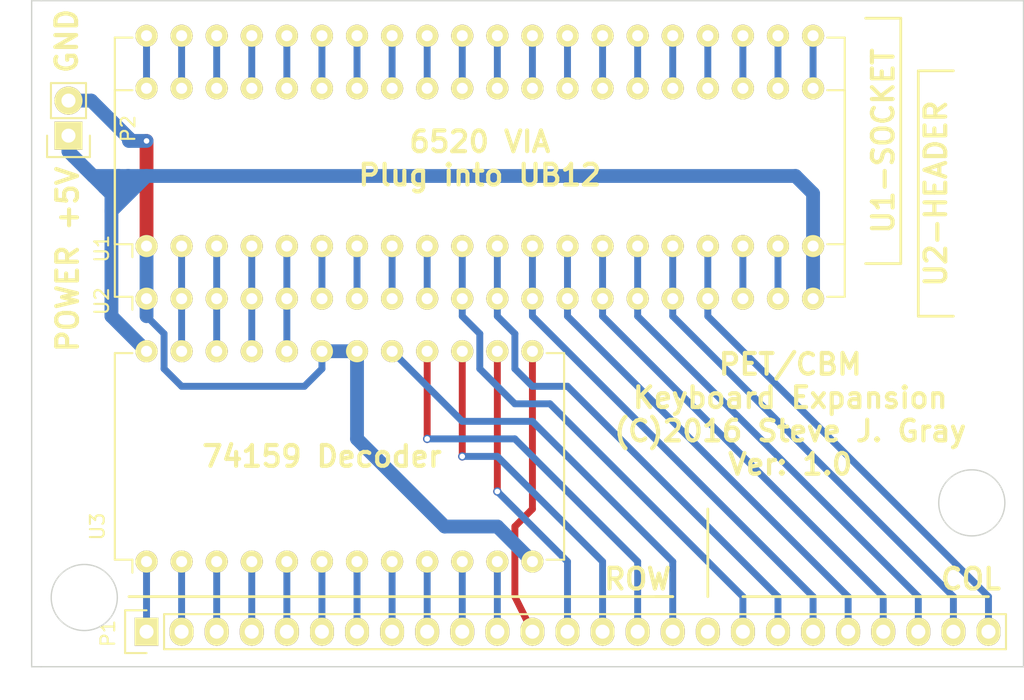
<source format=kicad_pcb>
(kicad_pcb (version 4) (host pcbnew 4.0.2-stable)

  (general
    (links 74)
    (no_connects 0)
    (area 111.011499 58.369999 182.930001 106.730001)
    (thickness 1.6)
    (drawings 27)
    (tracks 149)
    (zones 0)
    (modules 5)
    (nets 57)
  )

  (page USLetter)
  (layers
    (0 F.Cu signal)
    (31 B.Cu signal)
    (32 B.Adhes user)
    (33 F.Adhes user)
    (34 B.Paste user)
    (35 F.Paste user)
    (36 B.SilkS user)
    (37 F.SilkS user)
    (38 B.Mask user)
    (39 F.Mask user)
    (40 Dwgs.User user)
    (41 Cmts.User user)
    (42 Eco1.User user)
    (43 Eco2.User user)
    (44 Edge.Cuts user)
    (45 Margin user)
    (46 B.CrtYd user)
    (47 F.CrtYd user)
    (48 B.Fab user)
    (49 F.Fab user)
  )

  (setup
    (last_trace_width 1)
    (user_trace_width 0.5)
    (user_trace_width 0.75)
    (user_trace_width 1)
    (trace_clearance 0.2)
    (zone_clearance 0.508)
    (zone_45_only no)
    (trace_min 0.2)
    (segment_width 0.2)
    (edge_width 0.1)
    (via_size 0.6)
    (via_drill 0.4)
    (via_min_size 0.4)
    (via_min_drill 0.3)
    (uvia_size 0.3)
    (uvia_drill 0.1)
    (uvias_allowed no)
    (uvia_min_size 0.2)
    (uvia_min_drill 0.1)
    (pcb_text_width 0.3)
    (pcb_text_size 1.5 1.5)
    (mod_edge_width 0.15)
    (mod_text_size 1 1)
    (mod_text_width 0.15)
    (pad_size 1.5 1.5)
    (pad_drill 0.6)
    (pad_to_mask_clearance 0)
    (aux_axis_origin 0 0)
    (visible_elements 7FFEDFFF)
    (pcbplotparams
      (layerselection 0x010f0_80000001)
      (usegerberextensions false)
      (excludeedgelayer true)
      (linewidth 0.100000)
      (plotframeref false)
      (viasonmask false)
      (mode 1)
      (useauxorigin false)
      (hpglpennumber 1)
      (hpglpenspeed 20)
      (hpglpendiameter 15)
      (hpglpenoverlay 2)
      (psnegative false)
      (psa4output false)
      (plotreference true)
      (plotvalue true)
      (plotinvisibletext false)
      (padsonsilk false)
      (subtractmaskfromsilk false)
      (outputformat 1)
      (mirror false)
      (drillshape 0)
      (scaleselection 1)
      (outputdirectory gerbers/))
  )

  (net 0 "")
  (net 1 "Net-(P1-Pad1)")
  (net 2 "Net-(P1-Pad2)")
  (net 3 "Net-(P1-Pad3)")
  (net 4 "Net-(P1-Pad4)")
  (net 5 "Net-(P1-Pad5)")
  (net 6 "Net-(P1-Pad6)")
  (net 7 "Net-(P1-Pad7)")
  (net 8 "Net-(P1-Pad8)")
  (net 9 "Net-(P1-Pad9)")
  (net 10 "Net-(P1-Pad10)")
  (net 11 "Net-(P1-Pad11)")
  (net 12 "Net-(P1-Pad12)")
  (net 13 "Net-(P1-Pad13)")
  (net 14 "Net-(P1-Pad14)")
  (net 15 "Net-(P1-Pad15)")
  (net 16 "Net-(P1-Pad16)")
  (net 17 "Net-(P1-Pad18)")
  (net 18 "Net-(P1-Pad19)")
  (net 19 "Net-(P1-Pad20)")
  (net 20 "Net-(P1-Pad21)")
  (net 21 "Net-(P1-Pad22)")
  (net 22 "Net-(P1-Pad23)")
  (net 23 "Net-(P1-Pad24)")
  (net 24 "Net-(P1-Pad25)")
  (net 25 GND)
  (net 26 /PA0)
  (net 27 /PA1)
  (net 28 /PA2)
  (net 29 /PA3)
  (net 30 "Net-(U1-Pad6)")
  (net 31 "Net-(U1-Pad7)")
  (net 32 "Net-(U1-Pad8)")
  (net 33 "Net-(U1-Pad9)")
  (net 34 "Net-(U1-Pad18)")
  (net 35 "Net-(U1-Pad19)")
  (net 36 VCC)
  (net 37 "Net-(U1-Pad21)")
  (net 38 "Net-(U1-Pad22)")
  (net 39 "Net-(U1-Pad23)")
  (net 40 "Net-(U1-Pad24)")
  (net 41 "Net-(U1-Pad25)")
  (net 42 "Net-(U1-Pad26)")
  (net 43 "Net-(U1-Pad27)")
  (net 44 "Net-(U1-Pad28)")
  (net 45 "Net-(U1-Pad29)")
  (net 46 "Net-(U1-Pad30)")
  (net 47 "Net-(U1-Pad31)")
  (net 48 "Net-(U1-Pad32)")
  (net 49 "Net-(U1-Pad33)")
  (net 50 "Net-(U1-Pad34)")
  (net 51 "Net-(U1-Pad35)")
  (net 52 "Net-(U1-Pad36)")
  (net 53 "Net-(U1-Pad37)")
  (net 54 "Net-(U1-Pad38)")
  (net 55 "Net-(U1-Pad39)")
  (net 56 "Net-(U1-Pad40)")

  (net_class Default "This is the default net class."
    (clearance 0.2)
    (trace_width 0.25)
    (via_dia 0.6)
    (via_drill 0.4)
    (uvia_dia 0.3)
    (uvia_drill 0.1)
    (add_net /PA0)
    (add_net /PA1)
    (add_net /PA2)
    (add_net /PA3)
    (add_net GND)
    (add_net "Net-(P1-Pad1)")
    (add_net "Net-(P1-Pad10)")
    (add_net "Net-(P1-Pad11)")
    (add_net "Net-(P1-Pad12)")
    (add_net "Net-(P1-Pad13)")
    (add_net "Net-(P1-Pad14)")
    (add_net "Net-(P1-Pad15)")
    (add_net "Net-(P1-Pad16)")
    (add_net "Net-(P1-Pad18)")
    (add_net "Net-(P1-Pad19)")
    (add_net "Net-(P1-Pad2)")
    (add_net "Net-(P1-Pad20)")
    (add_net "Net-(P1-Pad21)")
    (add_net "Net-(P1-Pad22)")
    (add_net "Net-(P1-Pad23)")
    (add_net "Net-(P1-Pad24)")
    (add_net "Net-(P1-Pad25)")
    (add_net "Net-(P1-Pad3)")
    (add_net "Net-(P1-Pad4)")
    (add_net "Net-(P1-Pad5)")
    (add_net "Net-(P1-Pad6)")
    (add_net "Net-(P1-Pad7)")
    (add_net "Net-(P1-Pad8)")
    (add_net "Net-(P1-Pad9)")
    (add_net "Net-(U1-Pad18)")
    (add_net "Net-(U1-Pad19)")
    (add_net "Net-(U1-Pad21)")
    (add_net "Net-(U1-Pad22)")
    (add_net "Net-(U1-Pad23)")
    (add_net "Net-(U1-Pad24)")
    (add_net "Net-(U1-Pad25)")
    (add_net "Net-(U1-Pad26)")
    (add_net "Net-(U1-Pad27)")
    (add_net "Net-(U1-Pad28)")
    (add_net "Net-(U1-Pad29)")
    (add_net "Net-(U1-Pad30)")
    (add_net "Net-(U1-Pad31)")
    (add_net "Net-(U1-Pad32)")
    (add_net "Net-(U1-Pad33)")
    (add_net "Net-(U1-Pad34)")
    (add_net "Net-(U1-Pad35)")
    (add_net "Net-(U1-Pad36)")
    (add_net "Net-(U1-Pad37)")
    (add_net "Net-(U1-Pad38)")
    (add_net "Net-(U1-Pad39)")
    (add_net "Net-(U1-Pad40)")
    (add_net "Net-(U1-Pad6)")
    (add_net "Net-(U1-Pad7)")
    (add_net "Net-(U1-Pad8)")
    (add_net "Net-(U1-Pad9)")
    (add_net VCC)
  )

  (module Pin_Headers:Pin_Header_Straight_1x25 (layer F.Cu) (tedit 5720093A) (tstamp 56D5E658)
    (at 119.38 104.14 90)
    (descr "Through hole pin header")
    (tags "pin header")
    (path /56D49B7A)
    (fp_text reference P1 (at -0.127 -2.794 90) (layer F.SilkS)
      (effects (font (size 1 1) (thickness 0.15)))
    )
    (fp_text value CONN_01X25 (at 0 -3.1 90) (layer F.Fab)
      (effects (font (size 1 1) (thickness 0.15)))
    )
    (fp_line (start -1.75 -1.75) (end -1.75 62.75) (layer F.CrtYd) (width 0.05))
    (fp_line (start 1.75 -1.75) (end 1.75 62.75) (layer F.CrtYd) (width 0.05))
    (fp_line (start -1.75 -1.75) (end 1.75 -1.75) (layer F.CrtYd) (width 0.05))
    (fp_line (start -1.75 62.75) (end 1.75 62.75) (layer F.CrtYd) (width 0.05))
    (fp_line (start -1.27 1.27) (end -1.27 62.23) (layer F.SilkS) (width 0.15))
    (fp_line (start -1.27 62.23) (end 1.27 62.23) (layer F.SilkS) (width 0.15))
    (fp_line (start 1.27 62.23) (end 1.27 1.27) (layer F.SilkS) (width 0.15))
    (fp_line (start 1.55 -1.55) (end 1.55 0) (layer F.SilkS) (width 0.15))
    (fp_line (start 1.27 1.27) (end -1.27 1.27) (layer F.SilkS) (width 0.15))
    (fp_line (start -1.55 0) (end -1.55 -1.55) (layer F.SilkS) (width 0.15))
    (fp_line (start -1.55 -1.55) (end 1.55 -1.55) (layer F.SilkS) (width 0.15))
    (pad 1 thru_hole rect (at 0 0 90) (size 2.032 1.7272) (drill 1.016) (layers *.Cu *.Mask F.SilkS)
      (net 1 "Net-(P1-Pad1)"))
    (pad 2 thru_hole oval (at 0 2.54 90) (size 2.032 1.7272) (drill 1.016) (layers *.Cu *.Mask F.SilkS)
      (net 2 "Net-(P1-Pad2)"))
    (pad 3 thru_hole oval (at 0 5.08 90) (size 2.032 1.7272) (drill 1.016) (layers *.Cu *.Mask F.SilkS)
      (net 3 "Net-(P1-Pad3)"))
    (pad 4 thru_hole oval (at 0 7.62 90) (size 2.032 1.7272) (drill 1.016) (layers *.Cu *.Mask F.SilkS)
      (net 4 "Net-(P1-Pad4)"))
    (pad 5 thru_hole oval (at 0 10.16 90) (size 2.032 1.7272) (drill 1.016) (layers *.Cu *.Mask F.SilkS)
      (net 5 "Net-(P1-Pad5)"))
    (pad 6 thru_hole oval (at 0 12.7 90) (size 2.032 1.7272) (drill 1.016) (layers *.Cu *.Mask F.SilkS)
      (net 6 "Net-(P1-Pad6)"))
    (pad 7 thru_hole oval (at 0 15.24 90) (size 2.032 1.7272) (drill 1.016) (layers *.Cu *.Mask F.SilkS)
      (net 7 "Net-(P1-Pad7)"))
    (pad 8 thru_hole oval (at 0 17.78 90) (size 2.032 1.7272) (drill 1.016) (layers *.Cu *.Mask F.SilkS)
      (net 8 "Net-(P1-Pad8)"))
    (pad 9 thru_hole oval (at 0 20.32 90) (size 2.032 1.7272) (drill 1.016) (layers *.Cu *.Mask F.SilkS)
      (net 9 "Net-(P1-Pad9)"))
    (pad 10 thru_hole oval (at 0 22.86 90) (size 2.032 1.7272) (drill 1.016) (layers *.Cu *.Mask F.SilkS)
      (net 10 "Net-(P1-Pad10)"))
    (pad 11 thru_hole oval (at 0 25.4 90) (size 2.032 1.7272) (drill 1.016) (layers *.Cu *.Mask F.SilkS)
      (net 11 "Net-(P1-Pad11)"))
    (pad 12 thru_hole oval (at 0 27.94 90) (size 2.032 1.7272) (drill 1.016) (layers *.Cu *.Mask F.SilkS)
      (net 12 "Net-(P1-Pad12)"))
    (pad 13 thru_hole oval (at 0 30.48 90) (size 2.032 1.7272) (drill 1.016) (layers *.Cu *.Mask F.SilkS)
      (net 13 "Net-(P1-Pad13)"))
    (pad 14 thru_hole oval (at 0 33.02 90) (size 2.032 1.7272) (drill 1.016) (layers *.Cu *.Mask F.SilkS)
      (net 14 "Net-(P1-Pad14)"))
    (pad 15 thru_hole oval (at 0 35.56 90) (size 2.032 1.7272) (drill 1.016) (layers *.Cu *.Mask F.SilkS)
      (net 15 "Net-(P1-Pad15)"))
    (pad 16 thru_hole oval (at 0 38.1 90) (size 2.032 1.7272) (drill 1.016) (layers *.Cu *.Mask F.SilkS)
      (net 16 "Net-(P1-Pad16)"))
    (pad 17 thru_hole oval (at 0 40.64 90) (size 2.032 1.7272) (drill 1.016) (layers *.Cu *.Mask F.SilkS))
    (pad 18 thru_hole oval (at 0 43.18 90) (size 2.032 1.7272) (drill 1.016) (layers *.Cu *.Mask F.SilkS)
      (net 17 "Net-(P1-Pad18)"))
    (pad 19 thru_hole oval (at 0 45.72 90) (size 2.032 1.7272) (drill 1.016) (layers *.Cu *.Mask F.SilkS)
      (net 18 "Net-(P1-Pad19)"))
    (pad 20 thru_hole oval (at 0 48.26 90) (size 2.032 1.7272) (drill 1.016) (layers *.Cu *.Mask F.SilkS)
      (net 19 "Net-(P1-Pad20)"))
    (pad 21 thru_hole oval (at 0 50.8 90) (size 2.032 1.7272) (drill 1.016) (layers *.Cu *.Mask F.SilkS)
      (net 20 "Net-(P1-Pad21)"))
    (pad 22 thru_hole oval (at 0 53.34 90) (size 2.032 1.7272) (drill 1.016) (layers *.Cu *.Mask F.SilkS)
      (net 21 "Net-(P1-Pad22)"))
    (pad 23 thru_hole oval (at 0 55.88 90) (size 2.032 1.7272) (drill 1.016) (layers *.Cu *.Mask F.SilkS)
      (net 22 "Net-(P1-Pad23)"))
    (pad 24 thru_hole oval (at 0 58.42 90) (size 2.032 1.7272) (drill 1.016) (layers *.Cu *.Mask F.SilkS)
      (net 23 "Net-(P1-Pad24)"))
    (pad 25 thru_hole oval (at 0 60.96 90) (size 2.032 1.7272) (drill 1.016) (layers *.Cu *.Mask F.SilkS)
      (net 24 "Net-(P1-Pad25)"))
    (model Pin_Headers.3dshapes/Pin_Header_Straight_1x25.wrl
      (at (xyz 0 -1.2 0))
      (scale (xyz 1 1 1))
      (rotate (xyz 0 0 90))
    )
  )

  (module Housings_DIP:DIP-40_W15.24mm (layer F.Cu) (tedit 57200BA5) (tstamp 56D5E684)
    (at 119.38 76.2 90)
    (descr "40-lead dip package, row spacing 15.24 mm (600 mils)")
    (tags "dil dip 2.54 600")
    (path /56D47F0D)
    (fp_text reference U1 (at -0.1905 -3.2385 90) (layer F.SilkS)
      (effects (font (size 1 1) (thickness 0.15)))
    )
    (fp_text value 6821 (at 0 -3.72 90) (layer F.Fab)
      (effects (font (size 1 1) (thickness 0.15)))
    )
    (fp_line (start -1.05 -2.45) (end -1.05 50.75) (layer F.CrtYd) (width 0.05))
    (fp_line (start 16.3 -2.45) (end 16.3 50.75) (layer F.CrtYd) (width 0.05))
    (fp_line (start -1.05 -2.45) (end 16.3 -2.45) (layer F.CrtYd) (width 0.05))
    (fp_line (start -1.05 50.75) (end 16.3 50.75) (layer F.CrtYd) (width 0.05))
    (fp_line (start 0.135 -2.295) (end 0.135 -1.025) (layer F.SilkS) (width 0.15))
    (fp_line (start 15.105 -2.295) (end 15.105 -1.025) (layer F.SilkS) (width 0.15))
    (fp_line (start 15.105 50.555) (end 15.105 49.285) (layer F.SilkS) (width 0.15))
    (fp_line (start 0.135 50.555) (end 0.135 49.285) (layer F.SilkS) (width 0.15))
    (fp_line (start 0.135 -2.295) (end 15.105 -2.295) (layer F.SilkS) (width 0.15))
    (fp_line (start 0.135 50.555) (end 15.105 50.555) (layer F.SilkS) (width 0.15))
    (fp_line (start 0.135 -1.025) (end -0.8 -1.025) (layer F.SilkS) (width 0.15))
    (pad 1 thru_hole oval (at 0 0 90) (size 1.6 1.6) (drill 0.8) (layers *.Cu *.Mask F.SilkS)
      (net 25 GND))
    (pad 2 thru_hole oval (at 0 2.54 90) (size 1.6 1.6) (drill 0.8) (layers *.Cu *.Mask F.SilkS)
      (net 26 /PA0))
    (pad 3 thru_hole oval (at 0 5.08 90) (size 1.6 1.6) (drill 0.8) (layers *.Cu *.Mask F.SilkS)
      (net 27 /PA1))
    (pad 4 thru_hole oval (at 0 7.62 90) (size 1.6 1.6) (drill 0.8) (layers *.Cu *.Mask F.SilkS)
      (net 28 /PA2))
    (pad 5 thru_hole oval (at 0 10.16 90) (size 1.6 1.6) (drill 0.8) (layers *.Cu *.Mask F.SilkS)
      (net 29 /PA3))
    (pad 6 thru_hole oval (at 0 12.7 90) (size 1.6 1.6) (drill 0.8) (layers *.Cu *.Mask F.SilkS)
      (net 30 "Net-(U1-Pad6)"))
    (pad 7 thru_hole oval (at 0 15.24 90) (size 1.6 1.6) (drill 0.8) (layers *.Cu *.Mask F.SilkS)
      (net 31 "Net-(U1-Pad7)"))
    (pad 8 thru_hole oval (at 0 17.78 90) (size 1.6 1.6) (drill 0.8) (layers *.Cu *.Mask F.SilkS)
      (net 32 "Net-(U1-Pad8)"))
    (pad 9 thru_hole oval (at 0 20.32 90) (size 1.6 1.6) (drill 0.8) (layers *.Cu *.Mask F.SilkS)
      (net 33 "Net-(U1-Pad9)"))
    (pad 10 thru_hole oval (at 0 22.86 90) (size 1.6 1.6) (drill 0.8) (layers *.Cu *.Mask F.SilkS)
      (net 17 "Net-(P1-Pad18)"))
    (pad 11 thru_hole oval (at 0 25.4 90) (size 1.6 1.6) (drill 0.8) (layers *.Cu *.Mask F.SilkS)
      (net 18 "Net-(P1-Pad19)"))
    (pad 12 thru_hole oval (at 0 27.94 90) (size 1.6 1.6) (drill 0.8) (layers *.Cu *.Mask F.SilkS)
      (net 19 "Net-(P1-Pad20)"))
    (pad 13 thru_hole oval (at 0 30.48 90) (size 1.6 1.6) (drill 0.8) (layers *.Cu *.Mask F.SilkS)
      (net 20 "Net-(P1-Pad21)"))
    (pad 14 thru_hole oval (at 0 33.02 90) (size 1.6 1.6) (drill 0.8) (layers *.Cu *.Mask F.SilkS)
      (net 21 "Net-(P1-Pad22)"))
    (pad 15 thru_hole oval (at 0 35.56 90) (size 1.6 1.6) (drill 0.8) (layers *.Cu *.Mask F.SilkS)
      (net 22 "Net-(P1-Pad23)"))
    (pad 16 thru_hole oval (at 0 38.1 90) (size 1.6 1.6) (drill 0.8) (layers *.Cu *.Mask F.SilkS)
      (net 23 "Net-(P1-Pad24)"))
    (pad 17 thru_hole oval (at 0 40.64 90) (size 1.6 1.6) (drill 0.8) (layers *.Cu *.Mask F.SilkS)
      (net 24 "Net-(P1-Pad25)"))
    (pad 18 thru_hole oval (at 0 43.18 90) (size 1.6 1.6) (drill 0.8) (layers *.Cu *.Mask F.SilkS)
      (net 34 "Net-(U1-Pad18)"))
    (pad 19 thru_hole oval (at 0 45.72 90) (size 1.6 1.6) (drill 0.8) (layers *.Cu *.Mask F.SilkS)
      (net 35 "Net-(U1-Pad19)"))
    (pad 20 thru_hole oval (at 0 48.26 90) (size 1.6 1.6) (drill 0.8) (layers *.Cu *.Mask F.SilkS)
      (net 36 VCC))
    (pad 21 thru_hole oval (at 15.24 48.26 90) (size 1.6 1.6) (drill 0.8) (layers *.Cu *.Mask F.SilkS)
      (net 37 "Net-(U1-Pad21)"))
    (pad 22 thru_hole oval (at 15.24 45.72 90) (size 1.6 1.6) (drill 0.8) (layers *.Cu *.Mask F.SilkS)
      (net 38 "Net-(U1-Pad22)"))
    (pad 23 thru_hole oval (at 15.24 43.18 90) (size 1.6 1.6) (drill 0.8) (layers *.Cu *.Mask F.SilkS)
      (net 39 "Net-(U1-Pad23)"))
    (pad 24 thru_hole oval (at 15.24 40.64 90) (size 1.6 1.6) (drill 0.8) (layers *.Cu *.Mask F.SilkS)
      (net 40 "Net-(U1-Pad24)"))
    (pad 25 thru_hole oval (at 15.24 38.1 90) (size 1.6 1.6) (drill 0.8) (layers *.Cu *.Mask F.SilkS)
      (net 41 "Net-(U1-Pad25)"))
    (pad 26 thru_hole oval (at 15.24 35.56 90) (size 1.6 1.6) (drill 0.8) (layers *.Cu *.Mask F.SilkS)
      (net 42 "Net-(U1-Pad26)"))
    (pad 27 thru_hole oval (at 15.24 33.02 90) (size 1.6 1.6) (drill 0.8) (layers *.Cu *.Mask F.SilkS)
      (net 43 "Net-(U1-Pad27)"))
    (pad 28 thru_hole oval (at 15.24 30.48 90) (size 1.6 1.6) (drill 0.8) (layers *.Cu *.Mask F.SilkS)
      (net 44 "Net-(U1-Pad28)"))
    (pad 29 thru_hole oval (at 15.24 27.94 90) (size 1.6 1.6) (drill 0.8) (layers *.Cu *.Mask F.SilkS)
      (net 45 "Net-(U1-Pad29)"))
    (pad 30 thru_hole oval (at 15.24 25.4 90) (size 1.6 1.6) (drill 0.8) (layers *.Cu *.Mask F.SilkS)
      (net 46 "Net-(U1-Pad30)"))
    (pad 31 thru_hole oval (at 15.24 22.86 90) (size 1.6 1.6) (drill 0.8) (layers *.Cu *.Mask F.SilkS)
      (net 47 "Net-(U1-Pad31)"))
    (pad 32 thru_hole oval (at 15.24 20.32 90) (size 1.6 1.6) (drill 0.8) (layers *.Cu *.Mask F.SilkS)
      (net 48 "Net-(U1-Pad32)"))
    (pad 33 thru_hole oval (at 15.24 17.78 90) (size 1.6 1.6) (drill 0.8) (layers *.Cu *.Mask F.SilkS)
      (net 49 "Net-(U1-Pad33)"))
    (pad 34 thru_hole oval (at 15.24 15.24 90) (size 1.6 1.6) (drill 0.8) (layers *.Cu *.Mask F.SilkS)
      (net 50 "Net-(U1-Pad34)"))
    (pad 35 thru_hole oval (at 15.24 12.7 90) (size 1.6 1.6) (drill 0.8) (layers *.Cu *.Mask F.SilkS)
      (net 51 "Net-(U1-Pad35)"))
    (pad 36 thru_hole oval (at 15.24 10.16 90) (size 1.6 1.6) (drill 0.8) (layers *.Cu *.Mask F.SilkS)
      (net 52 "Net-(U1-Pad36)"))
    (pad 37 thru_hole oval (at 15.24 7.62 90) (size 1.6 1.6) (drill 0.8) (layers *.Cu *.Mask F.SilkS)
      (net 53 "Net-(U1-Pad37)"))
    (pad 38 thru_hole oval (at 15.24 5.08 90) (size 1.6 1.6) (drill 0.8) (layers *.Cu *.Mask F.SilkS)
      (net 54 "Net-(U1-Pad38)"))
    (pad 39 thru_hole oval (at 15.24 2.54 90) (size 1.6 1.6) (drill 0.8) (layers *.Cu *.Mask F.SilkS)
      (net 55 "Net-(U1-Pad39)"))
    (pad 40 thru_hole oval (at 15.24 0 90) (size 1.6 1.6) (drill 0.8) (layers *.Cu *.Mask F.SilkS)
      (net 56 "Net-(U1-Pad40)"))
    (model Housings_DIP.3dshapes/DIP-40_W15.24mm.wrl
      (at (xyz 0 0 0))
      (scale (xyz 1 1 1))
      (rotate (xyz 0 0 0))
    )
  )

  (module Housings_DIP:DIP-40_W15.24mm (layer F.Cu) (tedit 57200BA9) (tstamp 56D5E6B0)
    (at 119.38 80.01 90)
    (descr "40-lead dip package, row spacing 15.24 mm (600 mils)")
    (tags "dil dip 2.54 600")
    (path /56D4855E)
    (fp_text reference U2 (at -0.1905 -3.2385 90) (layer F.SilkS)
      (effects (font (size 1 1) (thickness 0.15)))
    )
    (fp_text value 6821 (at 0 -3.72 90) (layer F.Fab)
      (effects (font (size 1 1) (thickness 0.15)))
    )
    (fp_line (start -1.05 -2.45) (end -1.05 50.75) (layer F.CrtYd) (width 0.05))
    (fp_line (start 16.3 -2.45) (end 16.3 50.75) (layer F.CrtYd) (width 0.05))
    (fp_line (start -1.05 -2.45) (end 16.3 -2.45) (layer F.CrtYd) (width 0.05))
    (fp_line (start -1.05 50.75) (end 16.3 50.75) (layer F.CrtYd) (width 0.05))
    (fp_line (start 0.135 -2.295) (end 0.135 -1.025) (layer F.SilkS) (width 0.15))
    (fp_line (start 15.105 -2.295) (end 15.105 -1.025) (layer F.SilkS) (width 0.15))
    (fp_line (start 15.105 50.555) (end 15.105 49.285) (layer F.SilkS) (width 0.15))
    (fp_line (start 0.135 50.555) (end 0.135 49.285) (layer F.SilkS) (width 0.15))
    (fp_line (start 0.135 -2.295) (end 15.105 -2.295) (layer F.SilkS) (width 0.15))
    (fp_line (start 0.135 50.555) (end 15.105 50.555) (layer F.SilkS) (width 0.15))
    (fp_line (start 0.135 -1.025) (end -0.8 -1.025) (layer F.SilkS) (width 0.15))
    (pad 1 thru_hole oval (at 0 0 90) (size 1.6 1.6) (drill 0.8) (layers *.Cu *.Mask F.SilkS)
      (net 25 GND))
    (pad 2 thru_hole oval (at 0 2.54 90) (size 1.6 1.6) (drill 0.8) (layers *.Cu *.Mask F.SilkS)
      (net 26 /PA0))
    (pad 3 thru_hole oval (at 0 5.08 90) (size 1.6 1.6) (drill 0.8) (layers *.Cu *.Mask F.SilkS)
      (net 27 /PA1))
    (pad 4 thru_hole oval (at 0 7.62 90) (size 1.6 1.6) (drill 0.8) (layers *.Cu *.Mask F.SilkS)
      (net 28 /PA2))
    (pad 5 thru_hole oval (at 0 10.16 90) (size 1.6 1.6) (drill 0.8) (layers *.Cu *.Mask F.SilkS)
      (net 29 /PA3))
    (pad 6 thru_hole oval (at 0 12.7 90) (size 1.6 1.6) (drill 0.8) (layers *.Cu *.Mask F.SilkS)
      (net 30 "Net-(U1-Pad6)"))
    (pad 7 thru_hole oval (at 0 15.24 90) (size 1.6 1.6) (drill 0.8) (layers *.Cu *.Mask F.SilkS)
      (net 31 "Net-(U1-Pad7)"))
    (pad 8 thru_hole oval (at 0 17.78 90) (size 1.6 1.6) (drill 0.8) (layers *.Cu *.Mask F.SilkS)
      (net 32 "Net-(U1-Pad8)"))
    (pad 9 thru_hole oval (at 0 20.32 90) (size 1.6 1.6) (drill 0.8) (layers *.Cu *.Mask F.SilkS)
      (net 33 "Net-(U1-Pad9)"))
    (pad 10 thru_hole oval (at 0 22.86 90) (size 1.6 1.6) (drill 0.8) (layers *.Cu *.Mask F.SilkS)
      (net 17 "Net-(P1-Pad18)"))
    (pad 11 thru_hole oval (at 0 25.4 90) (size 1.6 1.6) (drill 0.8) (layers *.Cu *.Mask F.SilkS)
      (net 18 "Net-(P1-Pad19)"))
    (pad 12 thru_hole oval (at 0 27.94 90) (size 1.6 1.6) (drill 0.8) (layers *.Cu *.Mask F.SilkS)
      (net 19 "Net-(P1-Pad20)"))
    (pad 13 thru_hole oval (at 0 30.48 90) (size 1.6 1.6) (drill 0.8) (layers *.Cu *.Mask F.SilkS)
      (net 20 "Net-(P1-Pad21)"))
    (pad 14 thru_hole oval (at 0 33.02 90) (size 1.6 1.6) (drill 0.8) (layers *.Cu *.Mask F.SilkS)
      (net 21 "Net-(P1-Pad22)"))
    (pad 15 thru_hole oval (at 0 35.56 90) (size 1.6 1.6) (drill 0.8) (layers *.Cu *.Mask F.SilkS)
      (net 22 "Net-(P1-Pad23)"))
    (pad 16 thru_hole oval (at 0 38.1 90) (size 1.6 1.6) (drill 0.8) (layers *.Cu *.Mask F.SilkS)
      (net 23 "Net-(P1-Pad24)"))
    (pad 17 thru_hole oval (at 0 40.64 90) (size 1.6 1.6) (drill 0.8) (layers *.Cu *.Mask F.SilkS)
      (net 24 "Net-(P1-Pad25)"))
    (pad 18 thru_hole oval (at 0 43.18 90) (size 1.6 1.6) (drill 0.8) (layers *.Cu *.Mask F.SilkS)
      (net 34 "Net-(U1-Pad18)"))
    (pad 19 thru_hole oval (at 0 45.72 90) (size 1.6 1.6) (drill 0.8) (layers *.Cu *.Mask F.SilkS)
      (net 35 "Net-(U1-Pad19)"))
    (pad 20 thru_hole oval (at 0 48.26 90) (size 1.6 1.6) (drill 0.8) (layers *.Cu *.Mask F.SilkS)
      (net 36 VCC))
    (pad 21 thru_hole oval (at 15.24 48.26 90) (size 1.6 1.6) (drill 0.8) (layers *.Cu *.Mask F.SilkS)
      (net 37 "Net-(U1-Pad21)"))
    (pad 22 thru_hole oval (at 15.24 45.72 90) (size 1.6 1.6) (drill 0.8) (layers *.Cu *.Mask F.SilkS)
      (net 38 "Net-(U1-Pad22)"))
    (pad 23 thru_hole oval (at 15.24 43.18 90) (size 1.6 1.6) (drill 0.8) (layers *.Cu *.Mask F.SilkS)
      (net 39 "Net-(U1-Pad23)"))
    (pad 24 thru_hole oval (at 15.24 40.64 90) (size 1.6 1.6) (drill 0.8) (layers *.Cu *.Mask F.SilkS)
      (net 40 "Net-(U1-Pad24)"))
    (pad 25 thru_hole oval (at 15.24 38.1 90) (size 1.6 1.6) (drill 0.8) (layers *.Cu *.Mask F.SilkS)
      (net 41 "Net-(U1-Pad25)"))
    (pad 26 thru_hole oval (at 15.24 35.56 90) (size 1.6 1.6) (drill 0.8) (layers *.Cu *.Mask F.SilkS)
      (net 42 "Net-(U1-Pad26)"))
    (pad 27 thru_hole oval (at 15.24 33.02 90) (size 1.6 1.6) (drill 0.8) (layers *.Cu *.Mask F.SilkS)
      (net 43 "Net-(U1-Pad27)"))
    (pad 28 thru_hole oval (at 15.24 30.48 90) (size 1.6 1.6) (drill 0.8) (layers *.Cu *.Mask F.SilkS)
      (net 44 "Net-(U1-Pad28)"))
    (pad 29 thru_hole oval (at 15.24 27.94 90) (size 1.6 1.6) (drill 0.8) (layers *.Cu *.Mask F.SilkS)
      (net 45 "Net-(U1-Pad29)"))
    (pad 30 thru_hole oval (at 15.24 25.4 90) (size 1.6 1.6) (drill 0.8) (layers *.Cu *.Mask F.SilkS)
      (net 46 "Net-(U1-Pad30)"))
    (pad 31 thru_hole oval (at 15.24 22.86 90) (size 1.6 1.6) (drill 0.8) (layers *.Cu *.Mask F.SilkS)
      (net 47 "Net-(U1-Pad31)"))
    (pad 32 thru_hole oval (at 15.24 20.32 90) (size 1.6 1.6) (drill 0.8) (layers *.Cu *.Mask F.SilkS)
      (net 48 "Net-(U1-Pad32)"))
    (pad 33 thru_hole oval (at 15.24 17.78 90) (size 1.6 1.6) (drill 0.8) (layers *.Cu *.Mask F.SilkS)
      (net 49 "Net-(U1-Pad33)"))
    (pad 34 thru_hole oval (at 15.24 15.24 90) (size 1.6 1.6) (drill 0.8) (layers *.Cu *.Mask F.SilkS)
      (net 50 "Net-(U1-Pad34)"))
    (pad 35 thru_hole oval (at 15.24 12.7 90) (size 1.6 1.6) (drill 0.8) (layers *.Cu *.Mask F.SilkS)
      (net 51 "Net-(U1-Pad35)"))
    (pad 36 thru_hole oval (at 15.24 10.16 90) (size 1.6 1.6) (drill 0.8) (layers *.Cu *.Mask F.SilkS)
      (net 52 "Net-(U1-Pad36)"))
    (pad 37 thru_hole oval (at 15.24 7.62 90) (size 1.6 1.6) (drill 0.8) (layers *.Cu *.Mask F.SilkS)
      (net 53 "Net-(U1-Pad37)"))
    (pad 38 thru_hole oval (at 15.24 5.08 90) (size 1.6 1.6) (drill 0.8) (layers *.Cu *.Mask F.SilkS)
      (net 54 "Net-(U1-Pad38)"))
    (pad 39 thru_hole oval (at 15.24 2.54 90) (size 1.6 1.6) (drill 0.8) (layers *.Cu *.Mask F.SilkS)
      (net 55 "Net-(U1-Pad39)"))
    (pad 40 thru_hole oval (at 15.24 0 90) (size 1.6 1.6) (drill 0.8) (layers *.Cu *.Mask F.SilkS)
      (net 56 "Net-(U1-Pad40)"))
    (model Housings_DIP.3dshapes/DIP-40_W15.24mm.wrl
      (at (xyz 0 0 0))
      (scale (xyz 1 1 1))
      (rotate (xyz 0 0 0))
    )
  )

  (module Housings_DIP:DIP-24_W15.24mm (layer F.Cu) (tedit 5720CA48) (tstamp 56D5E6CC)
    (at 119.38 99.06 90)
    (descr "24-lead dip package, row spacing 15.24 mm (600 mils)")
    (tags "dil dip 2.54 600")
    (path /56D4A088)
    (fp_text reference U3 (at 2.54 -3.556 90) (layer F.SilkS)
      (effects (font (size 1 1) (thickness 0.15)))
    )
    (fp_text value 74LS154 (at 0 -3.72 90) (layer F.Fab)
      (effects (font (size 1 1) (thickness 0.15)))
    )
    (fp_line (start -1.05 -2.45) (end -1.05 30.4) (layer F.CrtYd) (width 0.05))
    (fp_line (start 16.3 -2.45) (end 16.3 30.4) (layer F.CrtYd) (width 0.05))
    (fp_line (start -1.05 -2.45) (end 16.3 -2.45) (layer F.CrtYd) (width 0.05))
    (fp_line (start -1.05 30.4) (end 16.3 30.4) (layer F.CrtYd) (width 0.05))
    (fp_line (start 0.135 -2.295) (end 0.135 -1.025) (layer F.SilkS) (width 0.15))
    (fp_line (start 15.105 -2.295) (end 15.105 -1.025) (layer F.SilkS) (width 0.15))
    (fp_line (start 15.105 30.235) (end 15.105 28.965) (layer F.SilkS) (width 0.15))
    (fp_line (start 0.135 30.235) (end 0.135 28.965) (layer F.SilkS) (width 0.15))
    (fp_line (start 0.135 -2.295) (end 15.105 -2.295) (layer F.SilkS) (width 0.15))
    (fp_line (start 0.135 30.235) (end 15.105 30.235) (layer F.SilkS) (width 0.15))
    (fp_line (start 0.135 -1.025) (end -0.8 -1.025) (layer F.SilkS) (width 0.15))
    (pad 1 thru_hole oval (at 0 0 90) (size 1.6 1.6) (drill 0.8) (layers *.Cu *.Mask F.SilkS)
      (net 1 "Net-(P1-Pad1)"))
    (pad 2 thru_hole oval (at 0 2.54 90) (size 1.6 1.6) (drill 0.8) (layers *.Cu *.Mask F.SilkS)
      (net 2 "Net-(P1-Pad2)"))
    (pad 3 thru_hole oval (at 0 5.08 90) (size 1.6 1.6) (drill 0.8) (layers *.Cu *.Mask F.SilkS)
      (net 3 "Net-(P1-Pad3)"))
    (pad 4 thru_hole oval (at 0 7.62 90) (size 1.6 1.6) (drill 0.8) (layers *.Cu *.Mask F.SilkS)
      (net 4 "Net-(P1-Pad4)"))
    (pad 5 thru_hole oval (at 0 10.16 90) (size 1.6 1.6) (drill 0.8) (layers *.Cu *.Mask F.SilkS)
      (net 5 "Net-(P1-Pad5)"))
    (pad 6 thru_hole oval (at 0 12.7 90) (size 1.6 1.6) (drill 0.8) (layers *.Cu *.Mask F.SilkS)
      (net 6 "Net-(P1-Pad6)"))
    (pad 7 thru_hole oval (at 0 15.24 90) (size 1.6 1.6) (drill 0.8) (layers *.Cu *.Mask F.SilkS)
      (net 7 "Net-(P1-Pad7)"))
    (pad 8 thru_hole oval (at 0 17.78 90) (size 1.6 1.6) (drill 0.8) (layers *.Cu *.Mask F.SilkS)
      (net 8 "Net-(P1-Pad8)"))
    (pad 9 thru_hole oval (at 0 20.32 90) (size 1.6 1.6) (drill 0.8) (layers *.Cu *.Mask F.SilkS)
      (net 9 "Net-(P1-Pad9)"))
    (pad 10 thru_hole oval (at 0 22.86 90) (size 1.6 1.6) (drill 0.8) (layers *.Cu *.Mask F.SilkS)
      (net 10 "Net-(P1-Pad10)"))
    (pad 11 thru_hole oval (at 0 25.4 90) (size 1.6 1.6) (drill 0.8) (layers *.Cu *.Mask F.SilkS)
      (net 11 "Net-(P1-Pad11)"))
    (pad 12 thru_hole oval (at 0 27.94 90) (size 1.6 1.6) (drill 0.8) (layers *.Cu *.Mask F.SilkS)
      (net 25 GND))
    (pad 13 thru_hole oval (at 15.24 27.94 90) (size 1.6 1.6) (drill 0.8) (layers *.Cu *.Mask F.SilkS)
      (net 12 "Net-(P1-Pad12)"))
    (pad 14 thru_hole oval (at 15.24 25.4 90) (size 1.6 1.6) (drill 0.8) (layers *.Cu *.Mask F.SilkS)
      (net 13 "Net-(P1-Pad13)"))
    (pad 15 thru_hole oval (at 15.24 22.86 90) (size 1.6 1.6) (drill 0.8) (layers *.Cu *.Mask F.SilkS)
      (net 14 "Net-(P1-Pad14)"))
    (pad 16 thru_hole oval (at 15.24 20.32 90) (size 1.6 1.6) (drill 0.8) (layers *.Cu *.Mask F.SilkS)
      (net 15 "Net-(P1-Pad15)"))
    (pad 17 thru_hole oval (at 15.24 17.78 90) (size 1.6 1.6) (drill 0.8) (layers *.Cu *.Mask F.SilkS)
      (net 16 "Net-(P1-Pad16)"))
    (pad 18 thru_hole oval (at 15.24 15.24 90) (size 1.6 1.6) (drill 0.8) (layers *.Cu *.Mask F.SilkS)
      (net 25 GND))
    (pad 19 thru_hole oval (at 15.24 12.7 90) (size 1.6 1.6) (drill 0.8) (layers *.Cu *.Mask F.SilkS)
      (net 25 GND))
    (pad 20 thru_hole oval (at 15.24 10.16 90) (size 1.6 1.6) (drill 0.8) (layers *.Cu *.Mask F.SilkS)
      (net 29 /PA3))
    (pad 21 thru_hole oval (at 15.24 7.62 90) (size 1.6 1.6) (drill 0.8) (layers *.Cu *.Mask F.SilkS)
      (net 28 /PA2))
    (pad 22 thru_hole oval (at 15.24 5.08 90) (size 1.6 1.6) (drill 0.8) (layers *.Cu *.Mask F.SilkS)
      (net 27 /PA1))
    (pad 23 thru_hole oval (at 15.24 2.54 90) (size 1.6 1.6) (drill 0.8) (layers *.Cu *.Mask F.SilkS)
      (net 26 /PA0))
    (pad 24 thru_hole oval (at 15.24 0 90) (size 1.6 1.6) (drill 0.8) (layers *.Cu *.Mask F.SilkS)
      (net 36 VCC))
    (model Housings_DIP.3dshapes/DIP-24_W15.24mm.wrl
      (at (xyz 0 0 0))
      (scale (xyz 1 1 1))
      (rotate (xyz 0 0 0))
    )
  )

  (module Pin_Headers:Pin_Header_Straight_1x02 (layer F.Cu) (tedit 57200B99) (tstamp 56D5FC2D)
    (at 113.7285 68.199 180)
    (descr "Through hole pin header")
    (tags "pin header")
    (path /56D5FDBC)
    (fp_text reference P2 (at -4.318 0.508 270) (layer F.SilkS)
      (effects (font (size 1 1) (thickness 0.15)))
    )
    (fp_text value CONN_01X02 (at 0 -3.1 180) (layer F.Fab)
      (effects (font (size 1 1) (thickness 0.15)))
    )
    (fp_line (start 1.27 1.27) (end 1.27 3.81) (layer F.SilkS) (width 0.15))
    (fp_line (start 1.55 -1.55) (end 1.55 0) (layer F.SilkS) (width 0.15))
    (fp_line (start -1.75 -1.75) (end -1.75 4.3) (layer F.CrtYd) (width 0.05))
    (fp_line (start 1.75 -1.75) (end 1.75 4.3) (layer F.CrtYd) (width 0.05))
    (fp_line (start -1.75 -1.75) (end 1.75 -1.75) (layer F.CrtYd) (width 0.05))
    (fp_line (start -1.75 4.3) (end 1.75 4.3) (layer F.CrtYd) (width 0.05))
    (fp_line (start 1.27 1.27) (end -1.27 1.27) (layer F.SilkS) (width 0.15))
    (fp_line (start -1.55 0) (end -1.55 -1.55) (layer F.SilkS) (width 0.15))
    (fp_line (start -1.55 -1.55) (end 1.55 -1.55) (layer F.SilkS) (width 0.15))
    (fp_line (start -1.27 1.27) (end -1.27 3.81) (layer F.SilkS) (width 0.15))
    (fp_line (start -1.27 3.81) (end 1.27 3.81) (layer F.SilkS) (width 0.15))
    (pad 1 thru_hole rect (at 0 0 180) (size 2.032 2.032) (drill 1.016) (layers *.Cu *.Mask F.SilkS)
      (net 36 VCC))
    (pad 2 thru_hole oval (at 0 2.54 180) (size 2.032 2.032) (drill 1.016) (layers *.Cu *.Mask F.SilkS)
      (net 25 GND))
    (model Pin_Headers.3dshapes/Pin_Header_Straight_1x02.wrl
      (at (xyz 0 -0.05 0))
      (scale (xyz 1 1 1))
      (rotate (xyz 0 0 90))
    )
  )

  (gr_line (start 111.0615 58.42) (end 111.76 58.42) (angle 90) (layer Edge.Cuts) (width 0.1))
  (gr_line (start 111.0615 106.68) (end 111.0615 58.42) (angle 90) (layer Edge.Cuts) (width 0.1))
  (gr_line (start 111.76 106.68) (end 111.0615 106.68) (angle 90) (layer Edge.Cuts) (width 0.1))
  (gr_circle (center 114.8715 101.6635) (end 117.094 102.5525) (layer Edge.Cuts) (width 0.1) (tstamp 5720CA23))
  (gr_circle (center 179.1335 94.8055) (end 181.356 95.6945) (layer Edge.Cuts) (width 0.1))
  (gr_text GND (at 113.6015 61.341 90) (layer F.SilkS)
    (effects (font (size 1.5 1.5) (thickness 0.3)))
  )
  (gr_line (start 160.02 95.25) (end 160.02 101.6) (angle 90) (layer F.SilkS) (width 0.2))
  (gr_text "POWER +5V" (at 113.665 77.1525 90) (layer F.SilkS)
    (effects (font (size 1.5 1.5) (thickness 0.3)))
  )
  (gr_line (start 182.88 106.68) (end 111.76 106.68) (angle 90) (layer Edge.Cuts) (width 0.1))
  (gr_line (start 182.88 58.42) (end 182.88 106.68) (angle 90) (layer Edge.Cuts) (width 0.1))
  (gr_line (start 111.76 58.42) (end 182.88 58.42) (angle 90) (layer Edge.Cuts) (width 0.1))
  (gr_text "6520 VIA\nPlug into UB12\n" (at 143.51 69.85) (layer F.SilkS)
    (effects (font (size 1.5 1.5) (thickness 0.3)))
  )
  (gr_text "74159 Decoder" (at 132.08 91.44) (layer F.SilkS)
    (effects (font (size 1.5 1.5) (thickness 0.3)))
  )
  (gr_text U2-HEADER (at 176.53 72.39 90) (layer F.SilkS)
    (effects (font (size 1.5 1.5) (thickness 0.3)))
  )
  (gr_text U1-SOCKET (at 172.72 68.58 90) (layer F.SilkS)
    (effects (font (size 1.5 1.5) (thickness 0.3)))
  )
  (gr_line (start 175.26 81.28) (end 177.8 81.28) (angle 90) (layer F.SilkS) (width 0.2))
  (gr_line (start 175.26 63.5) (end 175.26 81.28) (angle 90) (layer F.SilkS) (width 0.2))
  (gr_line (start 177.8 63.5) (end 175.26 63.5) (angle 90) (layer F.SilkS) (width 0.2))
  (gr_line (start 173.99 59.69) (end 171.45 59.69) (angle 90) (layer F.SilkS) (width 0.2))
  (gr_line (start 173.99 77.47) (end 173.99 59.69) (angle 90) (layer F.SilkS) (width 0.2))
  (gr_line (start 171.45 77.47) (end 173.99 77.47) (angle 90) (layer F.SilkS) (width 0.2))
  (gr_text COL (at 179.07 100.33) (layer F.SilkS)
    (effects (font (size 1.5 1.5) (thickness 0.3)))
  )
  (gr_text ROW (at 154.94 100.33) (layer F.SilkS)
    (effects (font (size 1.5 1.5) (thickness 0.3)))
  )
  (gr_line (start 162.56 101.6) (end 180.34 101.6) (angle 90) (layer F.SilkS) (width 0.2))
  (gr_line (start 157.48 101.6) (end 156.21 101.6) (angle 90) (layer F.SilkS) (width 0.2))
  (gr_line (start 118.11 101.6) (end 157.48 101.6) (angle 90) (layer F.SilkS) (width 0.2))
  (gr_text "PET/CBM\nKeyboard Expansion\n(C)2016 Steve J. Gray\nVer: 1.0" (at 165.989 88.392) (layer F.SilkS)
    (effects (font (size 1.5 1.5) (thickness 0.3)))
  )

  (segment (start 119.38 99.06) (end 119.38 104.14) (width 0.5) (layer B.Cu) (net 1))
  (segment (start 121.92 99.06) (end 121.92 104.14) (width 0.5) (layer B.Cu) (net 2))
  (segment (start 124.46 99.06) (end 124.46 104.14) (width 0.5) (layer B.Cu) (net 3))
  (segment (start 127 99.06) (end 127 104.14) (width 0.5) (layer B.Cu) (net 4))
  (segment (start 129.54 99.06) (end 129.54 104.14) (width 0.5) (layer B.Cu) (net 5))
  (segment (start 132.08 99.06) (end 132.08 104.14) (width 0.5) (layer B.Cu) (net 6))
  (segment (start 134.62 99.06) (end 134.62 104.14) (width 0.5) (layer B.Cu) (net 7))
  (segment (start 137.16 99.06) (end 137.16 104.14) (width 0.5) (layer B.Cu) (net 8))
  (segment (start 139.7 99.06) (end 139.7 104.14) (width 0.5) (layer B.Cu) (net 9))
  (segment (start 142.24 99.06) (end 142.24 104.14) (width 0.5) (layer B.Cu) (net 10))
  (segment (start 144.78 99.06) (end 144.78 104.14) (width 0.5) (layer B.Cu) (net 11))
  (segment (start 147.32 83.82) (end 147.32 95.25) (width 0.5) (layer F.Cu) (net 12))
  (segment (start 146.05 101.6) (end 147.32 104.14) (width 0.5) (layer F.Cu) (net 12) (tstamp 56D5F65E))
  (segment (start 146.05 96.52) (end 146.05 101.6) (width 0.5) (layer F.Cu) (net 12) (tstamp 56D5F653))
  (segment (start 147.32 95.25) (end 146.05 96.52) (width 0.5) (layer F.Cu) (net 12) (tstamp 56D5F64E))
  (segment (start 146.05 96.52) (end 146.05 96.52) (width 0.25) (layer F.Cu) (net 12) (tstamp 56D78033))
  (segment (start 144.78 83.82) (end 144.78 93.98) (width 0.5) (layer F.Cu) (net 13))
  (segment (start 149.86 99.06) (end 149.86 104.14) (width 0.5) (layer B.Cu) (net 13) (tstamp 56D5F675))
  (segment (start 144.78 93.98) (end 149.86 99.06) (width 0.5) (layer B.Cu) (net 13) (tstamp 56D5F674))
  (via (at 144.78 93.98) (size 0.6) (drill 0.4) (layers F.Cu B.Cu) (net 13))
  (segment (start 152.4 104.14) (end 152.4 99.06) (width 0.5) (layer B.Cu) (net 14))
  (segment (start 142.24 91.44) (end 142.24 83.82) (width 0.5) (layer F.Cu) (net 14) (tstamp 56D5F63E))
  (via (at 142.24 91.44) (size 0.6) (drill 0.4) (layers F.Cu B.Cu) (net 14))
  (segment (start 144.78 91.44) (end 142.24 91.44) (width 0.5) (layer B.Cu) (net 14) (tstamp 56D5F63A))
  (segment (start 152.4 99.06) (end 144.78 91.44) (width 0.5) (layer B.Cu) (net 14) (tstamp 56D5F638))
  (segment (start 154.94 104.14) (end 154.94 99.06) (width 0.5) (layer B.Cu) (net 15))
  (segment (start 139.7 90.17) (end 139.7 83.82) (width 0.5) (layer F.Cu) (net 15) (tstamp 56D5F61B))
  (via (at 139.7 90.17) (size 0.6) (drill 0.4) (layers F.Cu B.Cu) (net 15))
  (segment (start 146.05 90.17) (end 139.7 90.17) (width 0.5) (layer B.Cu) (net 15) (tstamp 56D5F612))
  (segment (start 154.94 99.06) (end 146.05 90.17) (width 0.5) (layer B.Cu) (net 15) (tstamp 56D5F610))
  (segment (start 157.48 104.14) (end 157.48 99.06) (width 0.5) (layer B.Cu) (net 16))
  (segment (start 142.24 88.9) (end 137.16 83.82) (width 0.5) (layer B.Cu) (net 16) (tstamp 56D5F5E6))
  (segment (start 147.32 88.9) (end 142.24 88.9) (width 0.5) (layer B.Cu) (net 16) (tstamp 56D5F5E3))
  (segment (start 157.48 99.06) (end 147.32 88.9) (width 0.5) (layer B.Cu) (net 16) (tstamp 56D5F5DE))
  (segment (start 142.24 80.01) (end 142.24 81.28) (width 0.5) (layer B.Cu) (net 17))
  (segment (start 162.56 101.6) (end 162.56 104.14) (width 0.5) (layer B.Cu) (net 17) (tstamp 56D5EB24))
  (segment (start 148.59 87.63) (end 162.56 101.6) (width 0.5) (layer B.Cu) (net 17) (tstamp 56D5EB21))
  (segment (start 146.05 87.63) (end 148.59 87.63) (width 0.5) (layer B.Cu) (net 17) (tstamp 56D5EB1D))
  (segment (start 143.51 85.09) (end 146.05 87.63) (width 0.5) (layer B.Cu) (net 17) (tstamp 56D5EB1B))
  (segment (start 143.51 82.55) (end 143.51 85.09) (width 0.5) (layer B.Cu) (net 17) (tstamp 56D5EB19))
  (segment (start 142.24 81.28) (end 143.51 82.55) (width 0.5) (layer B.Cu) (net 17) (tstamp 56D5EB17))
  (segment (start 142.24 76.2) (end 142.24 80.01) (width 0.5) (layer B.Cu) (net 17))
  (segment (start 144.78 80.01) (end 144.78 81.28) (width 0.5) (layer B.Cu) (net 18))
  (segment (start 165.1 101.6) (end 165.1 104.14) (width 0.5) (layer B.Cu) (net 18) (tstamp 56D5EB13))
  (segment (start 149.86 86.36) (end 165.1 101.6) (width 0.5) (layer B.Cu) (net 18) (tstamp 56D5EB11))
  (segment (start 147.32 86.36) (end 149.86 86.36) (width 0.5) (layer B.Cu) (net 18) (tstamp 56D5EB0F))
  (segment (start 146.05 85.09) (end 147.32 86.36) (width 0.5) (layer B.Cu) (net 18) (tstamp 56D5EB0C))
  (segment (start 146.05 82.55) (end 146.05 85.09) (width 0.5) (layer B.Cu) (net 18) (tstamp 56D5EB0A))
  (segment (start 144.78 81.28) (end 146.05 82.55) (width 0.5) (layer B.Cu) (net 18) (tstamp 56D5EB08))
  (segment (start 144.78 76.2) (end 144.78 80.01) (width 0.5) (layer B.Cu) (net 18))
  (segment (start 147.32 80.01) (end 147.32 81.28) (width 0.5) (layer B.Cu) (net 19))
  (segment (start 167.64 101.6) (end 167.64 104.14) (width 0.5) (layer B.Cu) (net 19) (tstamp 56D5E855))
  (segment (start 147.32 81.28) (end 167.64 101.6) (width 0.5) (layer B.Cu) (net 19) (tstamp 56D5E853))
  (segment (start 147.32 76.2) (end 147.32 80.01) (width 0.5) (layer B.Cu) (net 19))
  (segment (start 149.86 80.01) (end 149.86 81.28) (width 0.5) (layer B.Cu) (net 20))
  (segment (start 170.18 101.6) (end 170.18 104.14) (width 0.5) (layer B.Cu) (net 20) (tstamp 56D5E84F))
  (segment (start 149.86 81.28) (end 170.18 101.6) (width 0.5) (layer B.Cu) (net 20) (tstamp 56D5E84D))
  (segment (start 149.86 76.2) (end 149.86 80.01) (width 0.5) (layer B.Cu) (net 20))
  (segment (start 152.4 80.01) (end 152.4 81.28) (width 0.5) (layer B.Cu) (net 21))
  (segment (start 172.72 101.6) (end 172.72 104.14) (width 0.5) (layer B.Cu) (net 21) (tstamp 56D5E849))
  (segment (start 152.4 81.28) (end 172.72 101.6) (width 0.5) (layer B.Cu) (net 21) (tstamp 56D5E847))
  (segment (start 152.4 76.2) (end 152.4 80.01) (width 0.5) (layer B.Cu) (net 21))
  (segment (start 154.94 80.01) (end 154.94 81.28) (width 0.5) (layer B.Cu) (net 22))
  (segment (start 175.26 101.6) (end 175.26 104.14) (width 0.5) (layer B.Cu) (net 22) (tstamp 56D5E83F))
  (segment (start 154.94 81.28) (end 175.26 101.6) (width 0.5) (layer B.Cu) (net 22) (tstamp 56D5E83D))
  (segment (start 154.94 76.2) (end 154.94 80.01) (width 0.5) (layer B.Cu) (net 22))
  (segment (start 157.48 80.01) (end 157.48 81.28) (width 0.5) (layer B.Cu) (net 23))
  (segment (start 177.8 101.6) (end 177.8 104.14) (width 0.5) (layer B.Cu) (net 23) (tstamp 56D5E839))
  (segment (start 157.48 81.28) (end 177.8 101.6) (width 0.5) (layer B.Cu) (net 23) (tstamp 56D5E838))
  (segment (start 157.48 76.2) (end 157.48 80.01) (width 0.5) (layer B.Cu) (net 23))
  (segment (start 160.02 80.01) (end 160.02 81.28) (width 0.5) (layer B.Cu) (net 24))
  (segment (start 180.34 101.6) (end 180.34 104.14) (width 0.5) (layer B.Cu) (net 24) (tstamp 56D5E834))
  (segment (start 160.02 81.28) (end 180.34 101.6) (width 0.5) (layer B.Cu) (net 24) (tstamp 56D5E832))
  (segment (start 160.02 76.2) (end 160.02 80.01) (width 0.5) (layer B.Cu) (net 24))
  (segment (start 118.11 68.58) (end 118.11 68.3895) (width 1) (layer B.Cu) (net 25))
  (segment (start 118.11 68.3895) (end 115.3795 65.659) (width 1) (layer B.Cu) (net 25) (tstamp 5720DBAD))
  (segment (start 147.32 99.06) (end 144.78 96.52) (width 1) (layer B.Cu) (net 25))
  (segment (start 113.7285 65.659) (end 115.3795 65.659) (width 1) (layer B.Cu) (net 25) (status 10))
  (segment (start 140.97 96.52) (end 144.78 96.52) (width 1) (layer B.Cu) (net 25) (tstamp 56D5F6E1))
  (segment (start 134.62 90.17) (end 134.62 83.82) (width 1) (layer B.Cu) (net 25))
  (segment (start 134.62 90.17) (end 140.97 96.52) (width 1) (layer B.Cu) (net 25) (tstamp 56D5F6DE))
  (segment (start 118.11 68.58) (end 119.38 68.58) (width 1) (layer B.Cu) (net 25) (tstamp 56D5FD63))
  (via (at 119.38 68.58) (size 0.6) (drill 0.4) (layers F.Cu B.Cu) (net 25))
  (segment (start 119.38 68.58) (end 119.38 76.2) (width 1) (layer F.Cu) (net 25) (tstamp 56D5FD69))
  (segment (start 134.62 83.82) (end 132.08 83.82) (width 1) (layer B.Cu) (net 25))
  (segment (start 119.38 80.01) (end 119.38 81.28) (width 1) (layer B.Cu) (net 25))
  (segment (start 119.38 81.28) (end 120.65 82.55) (width 0.5) (layer B.Cu) (net 25) (tstamp 56D5F6AF))
  (segment (start 120.65 85.09) (end 121.92 86.36) (width 0.5) (layer B.Cu) (net 25) (tstamp 56D780C6))
  (segment (start 120.65 82.55) (end 120.65 85.09) (width 0.5) (layer B.Cu) (net 25) (tstamp 56D5F6B2))
  (segment (start 121.92 86.36) (end 130.81 86.36) (width 0.5) (layer B.Cu) (net 25) (tstamp 56D5F6B4))
  (segment (start 130.81 86.36) (end 132.08 85.09) (width 0.5) (layer B.Cu) (net 25) (tstamp 56D5F6B5))
  (segment (start 132.08 85.09) (end 132.08 83.82) (width 0.5) (layer B.Cu) (net 25) (tstamp 56D5F6B6))
  (segment (start 119.38 76.2) (end 119.38 80.01) (width 1) (layer B.Cu) (net 25))
  (segment (start 121.92 80.01) (end 121.92 83.82) (width 0.5) (layer B.Cu) (net 26))
  (segment (start 121.92 76.2) (end 121.92 80.01) (width 0.5) (layer B.Cu) (net 26))
  (segment (start 124.46 80.01) (end 124.46 83.82) (width 0.5) (layer B.Cu) (net 27))
  (segment (start 124.46 76.2) (end 124.46 80.01) (width 0.5) (layer B.Cu) (net 27))
  (segment (start 127 80.01) (end 127 83.82) (width 0.5) (layer B.Cu) (net 28))
  (segment (start 127 76.2) (end 127 80.01) (width 0.5) (layer B.Cu) (net 28))
  (segment (start 129.54 80.01) (end 129.54 83.82) (width 0.5) (layer B.Cu) (net 29))
  (segment (start 129.54 76.2) (end 129.54 80.01) (width 0.5) (layer B.Cu) (net 29))
  (segment (start 132.08 76.2) (end 132.08 80.01) (width 0.5) (layer B.Cu) (net 30))
  (segment (start 134.62 76.2) (end 134.62 80.01) (width 0.5) (layer B.Cu) (net 31))
  (segment (start 137.16 76.2) (end 137.16 80.01) (width 0.5) (layer B.Cu) (net 32))
  (segment (start 139.7 76.2) (end 139.7 80.01) (width 0.5) (layer B.Cu) (net 33))
  (segment (start 162.56 76.2) (end 162.56 80.01) (width 0.5) (layer B.Cu) (net 34))
  (segment (start 165.1 76.2) (end 165.1 80.01) (width 0.5) (layer B.Cu) (net 35))
  (segment (start 116.332 71.9455) (end 116.5225 71.9455) (width 1) (layer B.Cu) (net 36))
  (segment (start 116.5225 71.9455) (end 117.348 71.12) (width 1) (layer B.Cu) (net 36) (tstamp 5720CAD3))
  (segment (start 118.0465 71.12) (end 117.348 71.12) (width 1) (layer B.Cu) (net 36))
  (segment (start 117.348 71.12) (end 115.5065 71.12) (width 1) (layer B.Cu) (net 36) (tstamp 5720CAD6))
  (segment (start 115.5065 71.12) (end 114.935 70.5485) (width 1) (layer B.Cu) (net 36) (tstamp 5720CAC8))
  (segment (start 116.84 72.4535) (end 117.9195 71.374) (width 1) (layer B.Cu) (net 36))
  (segment (start 118.0465 71.12) (end 119.38 71.12) (width 1) (layer B.Cu) (net 36) (tstamp 5720CABD))
  (segment (start 117.9195 71.247) (end 118.0465 71.12) (width 1) (layer B.Cu) (net 36) (tstamp 5720CAB3))
  (segment (start 117.9195 71.374) (end 117.9195 71.247) (width 1) (layer B.Cu) (net 36) (tstamp 5720CAB0))
  (segment (start 116.84 73.66) (end 116.84 72.4535) (width 1) (layer B.Cu) (net 36))
  (segment (start 116.84 72.4535) (end 116.332 71.9455) (width 1) (layer B.Cu) (net 36) (tstamp 5720CAA3))
  (segment (start 116.332 71.9455) (end 114.935 70.5485) (width 1) (layer B.Cu) (net 36) (tstamp 5720CAD1))
  (segment (start 114.935 70.5485) (end 114.1095 69.723) (width 1) (layer B.Cu) (net 36) (tstamp 5720CACF))
  (segment (start 113.7285 69.342) (end 113.7285 68.199) (width 1) (layer B.Cu) (net 36) (tstamp 5720CA8D))
  (segment (start 114.1095 69.723) (end 113.7285 69.342) (width 1) (layer B.Cu) (net 36) (tstamp 5720CAAC))
  (segment (start 167.64 76.2) (end 167.64 72.39) (width 1) (layer B.Cu) (net 36))
  (segment (start 166.37 71.12) (end 119.38 71.12) (width 1) (layer B.Cu) (net 36) (tstamp 56D5E815))
  (segment (start 167.64 72.39) (end 166.37 71.12) (width 1) (layer B.Cu) (net 36) (tstamp 56D5E814))
  (segment (start 119.38 71.12) (end 116.84 73.66) (width 1) (layer B.Cu) (net 36) (tstamp 56D5E817))
  (segment (start 116.84 81.28) (end 119.38 83.82) (width 1) (layer B.Cu) (net 36) (tstamp 56D5E81B))
  (segment (start 116.84 73.66) (end 116.84 81.28) (width 1) (layer B.Cu) (net 36) (tstamp 56D5E819))
  (segment (start 167.64 76.2) (end 167.64 80.01) (width 1) (layer B.Cu) (net 36))
  (segment (start 167.64 60.96) (end 167.64 64.77) (width 0.5) (layer B.Cu) (net 37))
  (segment (start 165.1 60.96) (end 165.1 64.77) (width 0.5) (layer B.Cu) (net 38))
  (segment (start 162.56 60.96) (end 162.56 64.77) (width 0.5) (layer B.Cu) (net 39))
  (segment (start 160.02 60.96) (end 160.02 64.77) (width 0.5) (layer B.Cu) (net 40))
  (segment (start 157.48 60.96) (end 157.48 64.77) (width 0.5) (layer B.Cu) (net 41))
  (segment (start 154.94 60.96) (end 154.94 64.77) (width 0.5) (layer B.Cu) (net 42))
  (segment (start 152.4 60.96) (end 152.4 64.77) (width 0.5) (layer B.Cu) (net 43))
  (segment (start 149.86 60.96) (end 149.86 64.77) (width 0.5) (layer B.Cu) (net 44))
  (segment (start 147.32 60.96) (end 147.32 64.77) (width 0.5) (layer B.Cu) (net 45))
  (segment (start 144.78 60.96) (end 144.78 64.77) (width 0.5) (layer B.Cu) (net 46))
  (segment (start 142.24 60.96) (end 142.24 64.77) (width 0.5) (layer B.Cu) (net 47))
  (segment (start 139.7 60.96) (end 139.7 64.77) (width 0.5) (layer B.Cu) (net 48))
  (segment (start 137.16 60.96) (end 137.16 64.77) (width 0.5) (layer B.Cu) (net 49))
  (segment (start 134.62 60.96) (end 134.62 64.77) (width 0.5) (layer B.Cu) (net 50))
  (segment (start 132.08 60.96) (end 132.08 64.77) (width 0.5) (layer B.Cu) (net 51))
  (segment (start 129.54 60.96) (end 129.54 64.77) (width 0.5) (layer B.Cu) (net 52))
  (segment (start 127 60.96) (end 127 64.77) (width 0.5) (layer B.Cu) (net 53))
  (segment (start 124.46 60.96) (end 124.46 64.77) (width 0.5) (layer B.Cu) (net 54))
  (segment (start 121.92 60.96) (end 121.92 64.77) (width 0.5) (layer B.Cu) (net 55))
  (segment (start 119.38 60.96) (end 119.38 64.77) (width 0.5) (layer B.Cu) (net 56))

)

</source>
